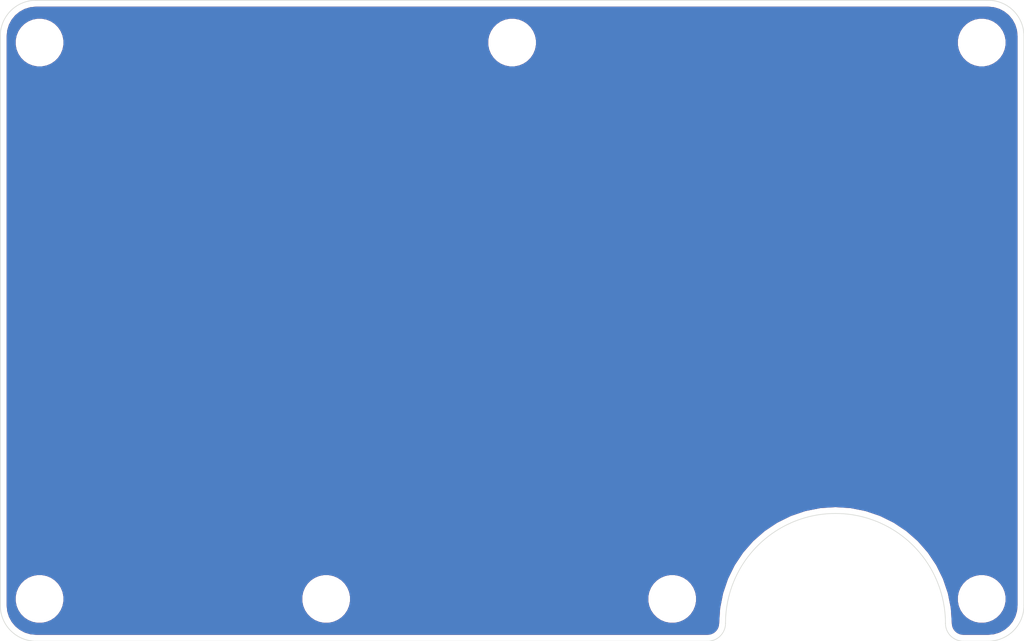
<source format=kicad_pcb>
(kicad_pcb (version 20171130) (host pcbnew 5.1.5+dfsg1-2build2)

  (general
    (thickness 1.6)
    (drawings 12)
    (tracks 0)
    (zones 0)
    (modules 7)
    (nets 1)
  )

  (page A4)
  (layers
    (0 F.Cu signal hide)
    (31 B.Cu signal hide)
    (32 B.Adhes user)
    (33 F.Adhes user)
    (34 B.Paste user)
    (35 F.Paste user)
    (36 B.SilkS user)
    (37 F.SilkS user)
    (38 B.Mask user)
    (39 F.Mask user)
    (40 Dwgs.User user)
    (41 Cmts.User user)
    (42 Eco1.User user)
    (43 Eco2.User user)
    (44 Edge.Cuts user)
    (45 Margin user)
    (46 B.CrtYd user)
    (47 F.CrtYd user)
    (48 B.Fab user)
    (49 F.Fab user hide)
  )

  (setup
    (last_trace_width 0.25)
    (trace_clearance 0.2)
    (zone_clearance 0.508)
    (zone_45_only no)
    (trace_min 0.2)
    (via_size 0.8)
    (via_drill 0.4)
    (via_min_size 0.4)
    (via_min_drill 0.3)
    (uvia_size 0.3)
    (uvia_drill 0.1)
    (uvias_allowed no)
    (uvia_min_size 0.2)
    (uvia_min_drill 0.1)
    (edge_width 0.05)
    (segment_width 0.2)
    (pcb_text_width 0.3)
    (pcb_text_size 1.5 1.5)
    (mod_edge_width 0.12)
    (mod_text_size 1 1)
    (mod_text_width 0.15)
    (pad_size 2.999999 2.999999)
    (pad_drill 2.999999)
    (pad_to_mask_clearance 0.051)
    (solder_mask_min_width 0.25)
    (aux_axis_origin 0 0)
    (visible_elements FFFFFF7F)
    (pcbplotparams
      (layerselection 0x010fc_ffffffff)
      (usegerberextensions false)
      (usegerberattributes false)
      (usegerberadvancedattributes false)
      (creategerberjobfile false)
      (excludeedgelayer true)
      (linewidth 0.100000)
      (plotframeref false)
      (viasonmask false)
      (mode 1)
      (useauxorigin false)
      (hpglpennumber 1)
      (hpglpenspeed 20)
      (hpglpendiameter 15.000000)
      (psnegative false)
      (psa4output false)
      (plotreference true)
      (plotvalue true)
      (plotinvisibletext false)
      (padsonsilk false)
      (subtractmaskfromsilk false)
      (outputformat 1)
      (mirror false)
      (drillshape 1)
      (scaleselection 1)
      (outputdirectory ""))
  )

  (net 0 "")

  (net_class Default "This is the default net class."
    (clearance 0.2)
    (trace_width 0.25)
    (via_dia 0.8)
    (via_drill 0.4)
    (uvia_dia 0.3)
    (uvia_drill 0.1)
  )

  (module ridge_wallet:MountingHole_2.5mm (layer F.Cu) (tedit 5F7CF067) (tstamp 5F768D7B)
    (at 82.55 -3.556)
    (descr "Mounting Hole 2.5mm, no annular")
    (tags "mounting hole 2.5mm no annular")
    (path /5F765FA9)
    (attr virtual)
    (fp_text reference H7 (at 0 -3.5) (layer F.SilkS) hide
      (effects (font (size 1 1) (thickness 0.15)))
    )
    (fp_text value MountingHole (at 0 3.5) (layer F.Fab)
      (effects (font (size 1 1) (thickness 0.15)))
    )
    (fp_circle (center 0 0) (end 2.75 0) (layer F.CrtYd) (width 0.05))
    (fp_circle (center 0 0) (end 2.5 0) (layer Cmts.User) (width 0.15))
    (fp_text user %R (at 0.3 0) (layer F.Fab)
      (effects (font (size 1 1) (thickness 0.15)))
    )
    (pad "" np_thru_hole circle (at 0 0) (size 3 3) (drill 3) (layers *.Cu *.Mask)
      (solder_mask_margin 0.4) (clearance 0.127))
  )

  (module ridge_wallet:MountingHole_2.5mm (layer F.Cu) (tedit 5F7CF067) (tstamp 5F7CF3EA)
    (at 82.55 -50.3904)
    (descr "Mounting Hole 2.5mm, no annular")
    (tags "mounting hole 2.5mm no annular")
    (path /5F764215)
    (attr virtual)
    (fp_text reference H6 (at 0 -3.5) (layer F.SilkS) hide
      (effects (font (size 1 1) (thickness 0.15)))
    )
    (fp_text value MountingHole (at 0 3.5) (layer F.Fab)
      (effects (font (size 1 1) (thickness 0.15)))
    )
    (fp_circle (center 0 0) (end 2.75 0) (layer F.CrtYd) (width 0.05))
    (fp_circle (center 0 0) (end 2.5 0) (layer Cmts.User) (width 0.15))
    (fp_text user %R (at 0.3 0) (layer F.Fab)
      (effects (font (size 1 1) (thickness 0.15)))
    )
    (pad "" np_thru_hole circle (at 0 0) (size 3 3) (drill 3) (layers *.Cu *.Mask)
      (solder_mask_margin 0.4) (clearance 0.127))
  )

  (module ridge_wallet:MountingHole_2.5mm (layer F.Cu) (tedit 5F7CF067) (tstamp 5F768D6B)
    (at 56.515 -3.556)
    (descr "Mounting Hole 2.5mm, no annular")
    (tags "mounting hole 2.5mm no annular")
    (path /5F765CA5)
    (attr virtual)
    (fp_text reference H5 (at 0 -3.5) (layer F.SilkS) hide
      (effects (font (size 1 1) (thickness 0.15)))
    )
    (fp_text value MountingHole (at 0 3.5) (layer F.Fab)
      (effects (font (size 1 1) (thickness 0.15)))
    )
    (fp_circle (center 0 0) (end 2.75 0) (layer F.CrtYd) (width 0.05))
    (fp_circle (center 0 0) (end 2.5 0) (layer Cmts.User) (width 0.15))
    (fp_text user %R (at 0.3 0) (layer F.Fab)
      (effects (font (size 1 1) (thickness 0.15)))
    )
    (pad "" np_thru_hole circle (at 0 0) (size 3 3) (drill 3) (layers *.Cu *.Mask)
      (solder_mask_margin 0.4) (clearance 0.127))
  )

  (module ridge_wallet:MountingHole_2.5mm (layer F.Cu) (tedit 5F7CF067) (tstamp 5F768D63)
    (at 43.05 -50.3904)
    (descr "Mounting Hole 2.5mm, no annular")
    (tags "mounting hole 2.5mm no annular")
    (path /5F763F01)
    (attr virtual)
    (fp_text reference H4 (at 0 -3.5) (layer F.SilkS) hide
      (effects (font (size 1 1) (thickness 0.15)))
    )
    (fp_text value MountingHole (at 0 3.5) (layer F.Fab)
      (effects (font (size 1 1) (thickness 0.15)))
    )
    (fp_circle (center 0 0) (end 2.75 0) (layer F.CrtYd) (width 0.05))
    (fp_circle (center 0 0) (end 2.5 0) (layer Cmts.User) (width 0.15))
    (fp_text user %R (at 0.3 0) (layer F.Fab)
      (effects (font (size 1 1) (thickness 0.15)))
    )
    (pad "" np_thru_hole circle (at 0 0) (size 3 3) (drill 3) (layers *.Cu *.Mask)
      (solder_mask_margin 0.4) (clearance 0.127))
  )

  (module ridge_wallet:MountingHole_2.5mm (layer F.Cu) (tedit 5F7CF112) (tstamp 5F768D5B)
    (at 27.432 -3.556)
    (descr "Mounting Hole 2.5mm, no annular")
    (tags "mounting hole 2.5mm no annular")
    (path /5F765A53)
    (attr virtual)
    (fp_text reference H3 (at 0 -3.5) (layer F.SilkS) hide
      (effects (font (size 1 1) (thickness 0.15)))
    )
    (fp_text value MountingHole (at 0 3.5) (layer F.Fab)
      (effects (font (size 1 1) (thickness 0.15)))
    )
    (fp_circle (center 0 0) (end 2.75 0) (layer F.CrtYd) (width 0.05))
    (fp_circle (center 0 0) (end 2.5 0) (layer Cmts.User) (width 0.15))
    (fp_text user %R (at 0.3 0) (layer F.Fab)
      (effects (font (size 1 1) (thickness 0.15)))
    )
    (pad "" np_thru_hole circle (at -0.0224 0) (size 2.999999 2.999999) (drill 2.999999) (layers *.Cu *.Mask)
      (solder_mask_margin 0.4) (clearance 0.127))
  )

  (module ridge_wallet:MountingHole_2.5mm (layer F.Cu) (tedit 5F7CF067) (tstamp 5F768D53)
    (at 3.302 -50.3904)
    (descr "Mounting Hole 2.5mm, no annular")
    (tags "mounting hole 2.5mm no annular")
    (path /5F7651B9)
    (attr virtual)
    (fp_text reference H2 (at 0 -3.5) (layer F.SilkS) hide
      (effects (font (size 1 1) (thickness 0.15)))
    )
    (fp_text value MountingHole (at 0 3.5) (layer F.Fab)
      (effects (font (size 1 1) (thickness 0.15)))
    )
    (fp_circle (center 0 0) (end 2.75 0) (layer F.CrtYd) (width 0.05))
    (fp_circle (center 0 0) (end 2.5 0) (layer Cmts.User) (width 0.15))
    (fp_text user %R (at 0.3 0) (layer F.Fab)
      (effects (font (size 1 1) (thickness 0.15)))
    )
    (pad "" np_thru_hole circle (at 0 0) (size 3 3) (drill 3) (layers *.Cu *.Mask)
      (solder_mask_margin 0.4) (clearance 0.127))
  )

  (module ridge_wallet:MountingHole_2.5mm (layer F.Cu) (tedit 5F7CF067) (tstamp 5F768D4B)
    (at 3.302 -3.556)
    (descr "Mounting Hole 2.5mm, no annular")
    (tags "mounting hole 2.5mm no annular")
    (path /5F763A31)
    (attr virtual)
    (fp_text reference H1 (at 0 -3.5) (layer F.SilkS) hide
      (effects (font (size 1 1) (thickness 0.15)))
    )
    (fp_text value MountingHole (at 0 3.5) (layer F.Fab)
      (effects (font (size 1 1) (thickness 0.15)))
    )
    (fp_circle (center 0 0) (end 2.75 0) (layer F.CrtYd) (width 0.05))
    (fp_circle (center 0 0) (end 2.5 0) (layer Cmts.User) (width 0.15))
    (fp_text user %R (at 0.3 0) (layer F.Fab)
      (effects (font (size 1 1) (thickness 0.15)))
    )
    (pad "" np_thru_hole circle (at 0 0) (size 3 3) (drill 3) (layers *.Cu *.Mask)
      (solder_mask_margin 0.4) (clearance 0.127))
  )

  (gr_arc (start 70.25 -1.5) (end 79.5 -1.5) (angle -180) (layer Edge.Cuts) (width 0.05))
  (gr_arc (start 81 -1.5) (end 79.5 -1.5) (angle -90) (layer Edge.Cuts) (width 0.05) (tstamp 5F7CE76A))
  (gr_arc (start 59.5 -1.5) (end 59.5 0) (angle -90) (layer Edge.Cuts) (width 0.05))
  (gr_line (start 81 0) (end 83.1 0) (layer Edge.Cuts) (width 0.05) (tstamp 5F76929D))
  (gr_arc (start 3 -50.9476) (end 3 -53.9476) (angle -90) (layer Edge.Cuts) (width 0.05) (tstamp 5F769240))
  (gr_arc (start 83.1 -50.9476) (end 86.1 -50.9476) (angle -90) (layer Edge.Cuts) (width 0.05) (tstamp 5F769240))
  (gr_arc (start 83.1 -3) (end 83.1 0) (angle -90) (layer Edge.Cuts) (width 0.05) (tstamp 5F769240))
  (gr_arc (start 3 -3) (end 0 -3) (angle -90) (layer Edge.Cuts) (width 0.05))
  (gr_line (start 59.5 0) (end 3 0) (layer Edge.Cuts) (width 0.05) (tstamp 5F768D12))
  (gr_line (start 86.1 -50.9476) (end 86.1 -3) (layer Edge.Cuts) (width 0.05) (tstamp 5F7CF3F9))
  (gr_line (start 3 -53.9476) (end 83.1 -53.9476) (layer Edge.Cuts) (width 0.05))
  (gr_line (start 0 -3) (end 0 -50.9476) (layer Edge.Cuts) (width 0.05))

  (zone (net 0) (net_name "") (layer F.Cu) (tstamp 0) (hatch edge 0.508)
    (connect_pads (clearance 0.508))
    (min_thickness 0.254)
    (fill yes (arc_segments 32) (thermal_gap 0.508) (thermal_bridge_width 0.508))
    (polygon
      (pts
        (xy 86.3 0) (xy 0 0) (xy 0 -53.9) (xy 86.3 -53.9)
      )
    )
    (filled_polygon
      (pts
        (xy 83.553893 -53.23993) (xy 83.990498 -53.108111) (xy 84.393185 -52.894) (xy 84.746612 -52.605752) (xy 85.037327 -52.254339)
        (xy 85.254242 -51.853161) (xy 85.389106 -51.417487) (xy 85.44 -50.933256) (xy 85.440001 -3.032289) (xy 85.39233 -2.546106)
        (xy 85.260512 -2.109503) (xy 85.046399 -1.706814) (xy 84.75815 -1.353387) (xy 84.406739 -1.062673) (xy 84.005564 -0.84576)
        (xy 83.569886 -0.710894) (xy 83.085664 -0.66) (xy 81.032277 -0.66) (xy 80.83746 -0.679102) (xy 80.681105 -0.726308)
        (xy 80.536904 -0.802982) (xy 80.410336 -0.906208) (xy 80.306232 -1.032049) (xy 80.228553 -1.175711) (xy 80.180258 -1.331729)
        (xy 80.158587 -1.537917) (xy 80.158587 -1.543166) (xy 80.079452 -2.750533) (xy 80.068184 -2.836126) (xy 80.068181 -2.836138)
        (xy 79.883165 -3.766279) (xy 80.415 -3.766279) (xy 80.415 -3.345721) (xy 80.497047 -2.933244) (xy 80.657988 -2.544698)
        (xy 80.891637 -2.195017) (xy 81.189017 -1.897637) (xy 81.538698 -1.663988) (xy 81.927244 -1.503047) (xy 82.339721 -1.421)
        (xy 82.760279 -1.421) (xy 83.172756 -1.503047) (xy 83.561302 -1.663988) (xy 83.910983 -1.897637) (xy 84.208363 -2.195017)
        (xy 84.442012 -2.544698) (xy 84.602953 -2.933244) (xy 84.685 -3.345721) (xy 84.685 -3.766279) (xy 84.602953 -4.178756)
        (xy 84.442012 -4.567302) (xy 84.208363 -4.916983) (xy 83.910983 -5.214363) (xy 83.561302 -5.448012) (xy 83.172756 -5.608953)
        (xy 82.760279 -5.691) (xy 82.339721 -5.691) (xy 81.927244 -5.608953) (xy 81.538698 -5.448012) (xy 81.189017 -5.214363)
        (xy 80.891637 -4.916983) (xy 80.657988 -4.567302) (xy 80.497047 -4.178756) (xy 80.415 -3.766279) (xy 79.883165 -3.766279)
        (xy 79.832135 -4.022821) (xy 79.832133 -4.022836) (xy 79.809788 -4.106226) (xy 79.42086 -5.251972) (xy 79.387823 -5.331732)
        (xy 79.38782 -5.331738) (xy 78.852671 -6.416911) (xy 78.820602 -6.472456) (xy 78.809505 -6.491677) (xy 78.137288 -7.49772)
        (xy 78.084733 -7.566211) (xy 77.286953 -8.475906) (xy 77.225907 -8.536952) (xy 77.225899 -8.536958) (xy 76.316211 -9.334733)
        (xy 76.24772 -9.387288) (xy 75.241677 -10.059505) (xy 75.166911 -10.102671) (xy 74.081738 -10.63782) (xy 74.081732 -10.637823)
        (xy 74.03501 -10.657175) (xy 74.001973 -10.67086) (xy 74.001968 -10.670861) (xy 72.856226 -11.059788) (xy 72.772836 -11.082133)
        (xy 72.772821 -11.082135) (xy 71.586141 -11.31818) (xy 71.586127 -11.318184) (xy 71.500533 -11.329452) (xy 70.293166 -11.408587)
        (xy 70.206834 -11.408587) (xy 68.999467 -11.329452) (xy 68.913874 -11.318184) (xy 68.913862 -11.318181) (xy 67.727179 -11.082135)
        (xy 67.727164 -11.082133) (xy 67.643774 -11.059788) (xy 66.498032 -10.670861) (xy 66.498027 -10.67086) (xy 66.46499 -10.657175)
        (xy 66.418268 -10.637823) (xy 66.418262 -10.63782) (xy 65.333089 -10.102671) (xy 65.258323 -10.059505) (xy 64.25228 -9.387288)
        (xy 64.183789 -9.334733) (xy 63.274094 -8.536953) (xy 63.213048 -8.475907) (xy 63.213042 -8.475899) (xy 62.415267 -7.566211)
        (xy 62.362712 -7.49772) (xy 61.690495 -6.491677) (xy 61.647329 -6.416911) (xy 61.11218 -5.331738) (xy 61.112177 -5.331732)
        (xy 61.07914 -5.251972) (xy 60.690212 -4.106226) (xy 60.667867 -4.022836) (xy 60.667865 -4.022821) (xy 60.43182 -2.836141)
        (xy 60.431816 -2.836127) (xy 60.420548 -2.750533) (xy 60.342109 -1.553791) (xy 60.320898 -1.33746) (xy 60.273692 -1.181105)
        (xy 60.197018 -1.036904) (xy 60.093792 -0.910336) (xy 59.967951 -0.806232) (xy 59.824289 -0.728553) (xy 59.668271 -0.680258)
        (xy 59.475527 -0.66) (xy 3.032279 -0.66) (xy 2.546106 -0.70767) (xy 2.109503 -0.839488) (xy 1.706814 -1.053601)
        (xy 1.353387 -1.34185) (xy 1.062673 -1.693261) (xy 0.84576 -2.094436) (xy 0.710894 -2.530114) (xy 0.66 -3.014336)
        (xy 0.66 -3.766279) (xy 1.167 -3.766279) (xy 1.167 -3.345721) (xy 1.249047 -2.933244) (xy 1.409988 -2.544698)
        (xy 1.643637 -2.195017) (xy 1.941017 -1.897637) (xy 2.290698 -1.663988) (xy 2.679244 -1.503047) (xy 3.091721 -1.421)
        (xy 3.512279 -1.421) (xy 3.924756 -1.503047) (xy 4.313302 -1.663988) (xy 4.662983 -1.897637) (xy 4.960363 -2.195017)
        (xy 5.194012 -2.544698) (xy 5.354953 -2.933244) (xy 5.437 -3.345721) (xy 5.437 -3.766279) (xy 25.274601 -3.766279)
        (xy 25.274601 -3.345721) (xy 25.356648 -2.933244) (xy 25.517589 -2.544699) (xy 25.751238 -2.195018) (xy 26.048618 -1.897638)
        (xy 26.398299 -1.663989) (xy 26.786844 -1.503048) (xy 27.199321 -1.421001) (xy 27.619879 -1.421001) (xy 28.032356 -1.503048)
        (xy 28.420901 -1.663989) (xy 28.770582 -1.897638) (xy 29.067962 -2.195018) (xy 29.301611 -2.544699) (xy 29.462552 -2.933244)
        (xy 29.544599 -3.345721) (xy 29.544599 -3.766279) (xy 54.38 -3.766279) (xy 54.38 -3.345721) (xy 54.462047 -2.933244)
        (xy 54.622988 -2.544698) (xy 54.856637 -2.195017) (xy 55.154017 -1.897637) (xy 55.503698 -1.663988) (xy 55.892244 -1.503047)
        (xy 56.304721 -1.421) (xy 56.725279 -1.421) (xy 57.137756 -1.503047) (xy 57.526302 -1.663988) (xy 57.875983 -1.897637)
        (xy 58.173363 -2.195017) (xy 58.407012 -2.544698) (xy 58.567953 -2.933244) (xy 58.65 -3.345721) (xy 58.65 -3.766279)
        (xy 58.567953 -4.178756) (xy 58.407012 -4.567302) (xy 58.173363 -4.916983) (xy 57.875983 -5.214363) (xy 57.526302 -5.448012)
        (xy 57.137756 -5.608953) (xy 56.725279 -5.691) (xy 56.304721 -5.691) (xy 55.892244 -5.608953) (xy 55.503698 -5.448012)
        (xy 55.154017 -5.214363) (xy 54.856637 -4.916983) (xy 54.622988 -4.567302) (xy 54.462047 -4.178756) (xy 54.38 -3.766279)
        (xy 29.544599 -3.766279) (xy 29.462552 -4.178756) (xy 29.301611 -4.567301) (xy 29.067962 -4.916982) (xy 28.770582 -5.214362)
        (xy 28.420901 -5.448011) (xy 28.032356 -5.608952) (xy 27.619879 -5.690999) (xy 27.199321 -5.690999) (xy 26.786844 -5.608952)
        (xy 26.398299 -5.448011) (xy 26.048618 -5.214362) (xy 25.751238 -4.916982) (xy 25.517589 -4.567301) (xy 25.356648 -4.178756)
        (xy 25.274601 -3.766279) (xy 5.437 -3.766279) (xy 5.354953 -4.178756) (xy 5.194012 -4.567302) (xy 4.960363 -4.916983)
        (xy 4.662983 -5.214363) (xy 4.313302 -5.448012) (xy 3.924756 -5.608953) (xy 3.512279 -5.691) (xy 3.091721 -5.691)
        (xy 2.679244 -5.608953) (xy 2.290698 -5.448012) (xy 1.941017 -5.214363) (xy 1.643637 -4.916983) (xy 1.409988 -4.567302)
        (xy 1.249047 -4.178756) (xy 1.167 -3.766279) (xy 0.66 -3.766279) (xy 0.66 -50.600679) (xy 1.167 -50.600679)
        (xy 1.167 -50.180121) (xy 1.249047 -49.767644) (xy 1.409988 -49.379098) (xy 1.643637 -49.029417) (xy 1.941017 -48.732037)
        (xy 2.290698 -48.498388) (xy 2.679244 -48.337447) (xy 3.091721 -48.2554) (xy 3.512279 -48.2554) (xy 3.924756 -48.337447)
        (xy 4.313302 -48.498388) (xy 4.662983 -48.732037) (xy 4.960363 -49.029417) (xy 5.194012 -49.379098) (xy 5.354953 -49.767644)
        (xy 5.437 -50.180121) (xy 5.437 -50.600679) (xy 40.915 -50.600679) (xy 40.915 -50.180121) (xy 40.997047 -49.767644)
        (xy 41.157988 -49.379098) (xy 41.391637 -49.029417) (xy 41.689017 -48.732037) (xy 42.038698 -48.498388) (xy 42.427244 -48.337447)
        (xy 42.839721 -48.2554) (xy 43.260279 -48.2554) (xy 43.672756 -48.337447) (xy 44.061302 -48.498388) (xy 44.410983 -48.732037)
        (xy 44.708363 -49.029417) (xy 44.942012 -49.379098) (xy 45.102953 -49.767644) (xy 45.185 -50.180121) (xy 45.185 -50.600679)
        (xy 80.415 -50.600679) (xy 80.415 -50.180121) (xy 80.497047 -49.767644) (xy 80.657988 -49.379098) (xy 80.891637 -49.029417)
        (xy 81.189017 -48.732037) (xy 81.538698 -48.498388) (xy 81.927244 -48.337447) (xy 82.339721 -48.2554) (xy 82.760279 -48.2554)
        (xy 83.172756 -48.337447) (xy 83.561302 -48.498388) (xy 83.910983 -48.732037) (xy 84.208363 -49.029417) (xy 84.442012 -49.379098)
        (xy 84.602953 -49.767644) (xy 84.685 -50.180121) (xy 84.685 -50.600679) (xy 84.602953 -51.013156) (xy 84.442012 -51.401702)
        (xy 84.208363 -51.751383) (xy 83.910983 -52.048763) (xy 83.561302 -52.282412) (xy 83.172756 -52.443353) (xy 82.760279 -52.5254)
        (xy 82.339721 -52.5254) (xy 81.927244 -52.443353) (xy 81.538698 -52.282412) (xy 81.189017 -52.048763) (xy 80.891637 -51.751383)
        (xy 80.657988 -51.401702) (xy 80.497047 -51.013156) (xy 80.415 -50.600679) (xy 45.185 -50.600679) (xy 45.102953 -51.013156)
        (xy 44.942012 -51.401702) (xy 44.708363 -51.751383) (xy 44.410983 -52.048763) (xy 44.061302 -52.282412) (xy 43.672756 -52.443353)
        (xy 43.260279 -52.5254) (xy 42.839721 -52.5254) (xy 42.427244 -52.443353) (xy 42.038698 -52.282412) (xy 41.689017 -52.048763)
        (xy 41.391637 -51.751383) (xy 41.157988 -51.401702) (xy 40.997047 -51.013156) (xy 40.915 -50.600679) (xy 5.437 -50.600679)
        (xy 5.354953 -51.013156) (xy 5.194012 -51.401702) (xy 4.960363 -51.751383) (xy 4.662983 -52.048763) (xy 4.313302 -52.282412)
        (xy 3.924756 -52.443353) (xy 3.512279 -52.5254) (xy 3.091721 -52.5254) (xy 2.679244 -52.443353) (xy 2.290698 -52.282412)
        (xy 1.941017 -52.048763) (xy 1.643637 -51.751383) (xy 1.409988 -51.401702) (xy 1.249047 -51.013156) (xy 1.167 -50.600679)
        (xy 0.66 -50.600679) (xy 0.66 -50.915321) (xy 0.70767 -51.401493) (xy 0.839489 -51.838098) (xy 1.0536 -52.240785)
        (xy 1.341848 -52.594212) (xy 1.693261 -52.884927) (xy 2.094439 -53.101842) (xy 2.530113 -53.236706) (xy 3.014344 -53.2876)
        (xy 83.067721 -53.2876)
      )
    )
  )
  (zone (net 0) (net_name "") (layer B.Cu) (tstamp 5F7E2AE6) (hatch edge 0.508)
    (connect_pads (clearance 0.508))
    (min_thickness 0.254)
    (fill yes (arc_segments 32) (thermal_gap 0.508) (thermal_bridge_width 0.508))
    (polygon
      (pts
        (xy 86.3 0) (xy 0 0) (xy 0 -53.9) (xy 86.3 -53.9)
      )
    )
    (filled_polygon
      (pts
        (xy 83.553893 -53.23993) (xy 83.990498 -53.108111) (xy 84.393185 -52.894) (xy 84.746612 -52.605752) (xy 85.037327 -52.254339)
        (xy 85.254242 -51.853161) (xy 85.389106 -51.417487) (xy 85.44 -50.933256) (xy 85.440001 -3.032289) (xy 85.39233 -2.546106)
        (xy 85.260512 -2.109503) (xy 85.046399 -1.706814) (xy 84.75815 -1.353387) (xy 84.406739 -1.062673) (xy 84.005564 -0.84576)
        (xy 83.569886 -0.710894) (xy 83.085664 -0.66) (xy 81.032277 -0.66) (xy 80.83746 -0.679102) (xy 80.681105 -0.726308)
        (xy 80.536904 -0.802982) (xy 80.410336 -0.906208) (xy 80.306232 -1.032049) (xy 80.228553 -1.175711) (xy 80.180258 -1.331729)
        (xy 80.158587 -1.537917) (xy 80.158587 -1.543166) (xy 80.079452 -2.750533) (xy 80.068184 -2.836126) (xy 80.068181 -2.836138)
        (xy 79.883165 -3.766279) (xy 80.415 -3.766279) (xy 80.415 -3.345721) (xy 80.497047 -2.933244) (xy 80.657988 -2.544698)
        (xy 80.891637 -2.195017) (xy 81.189017 -1.897637) (xy 81.538698 -1.663988) (xy 81.927244 -1.503047) (xy 82.339721 -1.421)
        (xy 82.760279 -1.421) (xy 83.172756 -1.503047) (xy 83.561302 -1.663988) (xy 83.910983 -1.897637) (xy 84.208363 -2.195017)
        (xy 84.442012 -2.544698) (xy 84.602953 -2.933244) (xy 84.685 -3.345721) (xy 84.685 -3.766279) (xy 84.602953 -4.178756)
        (xy 84.442012 -4.567302) (xy 84.208363 -4.916983) (xy 83.910983 -5.214363) (xy 83.561302 -5.448012) (xy 83.172756 -5.608953)
        (xy 82.760279 -5.691) (xy 82.339721 -5.691) (xy 81.927244 -5.608953) (xy 81.538698 -5.448012) (xy 81.189017 -5.214363)
        (xy 80.891637 -4.916983) (xy 80.657988 -4.567302) (xy 80.497047 -4.178756) (xy 80.415 -3.766279) (xy 79.883165 -3.766279)
        (xy 79.832135 -4.022821) (xy 79.832133 -4.022836) (xy 79.809788 -4.106226) (xy 79.42086 -5.251972) (xy 79.387823 -5.331732)
        (xy 79.38782 -5.331738) (xy 78.852671 -6.416911) (xy 78.820602 -6.472456) (xy 78.809505 -6.491677) (xy 78.137288 -7.49772)
        (xy 78.084733 -7.566211) (xy 77.286953 -8.475906) (xy 77.225907 -8.536952) (xy 77.225899 -8.536958) (xy 76.316211 -9.334733)
        (xy 76.24772 -9.387288) (xy 75.241677 -10.059505) (xy 75.166911 -10.102671) (xy 74.081738 -10.63782) (xy 74.081732 -10.637823)
        (xy 74.03501 -10.657175) (xy 74.001973 -10.67086) (xy 74.001968 -10.670861) (xy 72.856226 -11.059788) (xy 72.772836 -11.082133)
        (xy 72.772821 -11.082135) (xy 71.586141 -11.31818) (xy 71.586127 -11.318184) (xy 71.500533 -11.329452) (xy 70.293166 -11.408587)
        (xy 70.206834 -11.408587) (xy 68.999467 -11.329452) (xy 68.913874 -11.318184) (xy 68.913862 -11.318181) (xy 67.727179 -11.082135)
        (xy 67.727164 -11.082133) (xy 67.643774 -11.059788) (xy 66.498032 -10.670861) (xy 66.498027 -10.67086) (xy 66.46499 -10.657175)
        (xy 66.418268 -10.637823) (xy 66.418262 -10.63782) (xy 65.333089 -10.102671) (xy 65.258323 -10.059505) (xy 64.25228 -9.387288)
        (xy 64.183789 -9.334733) (xy 63.274094 -8.536953) (xy 63.213048 -8.475907) (xy 63.213042 -8.475899) (xy 62.415267 -7.566211)
        (xy 62.362712 -7.49772) (xy 61.690495 -6.491677) (xy 61.647329 -6.416911) (xy 61.11218 -5.331738) (xy 61.112177 -5.331732)
        (xy 61.07914 -5.251972) (xy 60.690212 -4.106226) (xy 60.667867 -4.022836) (xy 60.667865 -4.022821) (xy 60.43182 -2.836141)
        (xy 60.431816 -2.836127) (xy 60.420548 -2.750533) (xy 60.342109 -1.553791) (xy 60.320898 -1.33746) (xy 60.273692 -1.181105)
        (xy 60.197018 -1.036904) (xy 60.093792 -0.910336) (xy 59.967951 -0.806232) (xy 59.824289 -0.728553) (xy 59.668271 -0.680258)
        (xy 59.475527 -0.66) (xy 3.032279 -0.66) (xy 2.546106 -0.70767) (xy 2.109503 -0.839488) (xy 1.706814 -1.053601)
        (xy 1.353387 -1.34185) (xy 1.062673 -1.693261) (xy 0.84576 -2.094436) (xy 0.710894 -2.530114) (xy 0.66 -3.014336)
        (xy 0.66 -3.766279) (xy 1.167 -3.766279) (xy 1.167 -3.345721) (xy 1.249047 -2.933244) (xy 1.409988 -2.544698)
        (xy 1.643637 -2.195017) (xy 1.941017 -1.897637) (xy 2.290698 -1.663988) (xy 2.679244 -1.503047) (xy 3.091721 -1.421)
        (xy 3.512279 -1.421) (xy 3.924756 -1.503047) (xy 4.313302 -1.663988) (xy 4.662983 -1.897637) (xy 4.960363 -2.195017)
        (xy 5.194012 -2.544698) (xy 5.354953 -2.933244) (xy 5.437 -3.345721) (xy 5.437 -3.766279) (xy 25.274601 -3.766279)
        (xy 25.274601 -3.345721) (xy 25.356648 -2.933244) (xy 25.517589 -2.544699) (xy 25.751238 -2.195018) (xy 26.048618 -1.897638)
        (xy 26.398299 -1.663989) (xy 26.786844 -1.503048) (xy 27.199321 -1.421001) (xy 27.619879 -1.421001) (xy 28.032356 -1.503048)
        (xy 28.420901 -1.663989) (xy 28.770582 -1.897638) (xy 29.067962 -2.195018) (xy 29.301611 -2.544699) (xy 29.462552 -2.933244)
        (xy 29.544599 -3.345721) (xy 29.544599 -3.766279) (xy 54.38 -3.766279) (xy 54.38 -3.345721) (xy 54.462047 -2.933244)
        (xy 54.622988 -2.544698) (xy 54.856637 -2.195017) (xy 55.154017 -1.897637) (xy 55.503698 -1.663988) (xy 55.892244 -1.503047)
        (xy 56.304721 -1.421) (xy 56.725279 -1.421) (xy 57.137756 -1.503047) (xy 57.526302 -1.663988) (xy 57.875983 -1.897637)
        (xy 58.173363 -2.195017) (xy 58.407012 -2.544698) (xy 58.567953 -2.933244) (xy 58.65 -3.345721) (xy 58.65 -3.766279)
        (xy 58.567953 -4.178756) (xy 58.407012 -4.567302) (xy 58.173363 -4.916983) (xy 57.875983 -5.214363) (xy 57.526302 -5.448012)
        (xy 57.137756 -5.608953) (xy 56.725279 -5.691) (xy 56.304721 -5.691) (xy 55.892244 -5.608953) (xy 55.503698 -5.448012)
        (xy 55.154017 -5.214363) (xy 54.856637 -4.916983) (xy 54.622988 -4.567302) (xy 54.462047 -4.178756) (xy 54.38 -3.766279)
        (xy 29.544599 -3.766279) (xy 29.462552 -4.178756) (xy 29.301611 -4.567301) (xy 29.067962 -4.916982) (xy 28.770582 -5.214362)
        (xy 28.420901 -5.448011) (xy 28.032356 -5.608952) (xy 27.619879 -5.690999) (xy 27.199321 -5.690999) (xy 26.786844 -5.608952)
        (xy 26.398299 -5.448011) (xy 26.048618 -5.214362) (xy 25.751238 -4.916982) (xy 25.517589 -4.567301) (xy 25.356648 -4.178756)
        (xy 25.274601 -3.766279) (xy 5.437 -3.766279) (xy 5.354953 -4.178756) (xy 5.194012 -4.567302) (xy 4.960363 -4.916983)
        (xy 4.662983 -5.214363) (xy 4.313302 -5.448012) (xy 3.924756 -5.608953) (xy 3.512279 -5.691) (xy 3.091721 -5.691)
        (xy 2.679244 -5.608953) (xy 2.290698 -5.448012) (xy 1.941017 -5.214363) (xy 1.643637 -4.916983) (xy 1.409988 -4.567302)
        (xy 1.249047 -4.178756) (xy 1.167 -3.766279) (xy 0.66 -3.766279) (xy 0.66 -50.600679) (xy 1.167 -50.600679)
        (xy 1.167 -50.180121) (xy 1.249047 -49.767644) (xy 1.409988 -49.379098) (xy 1.643637 -49.029417) (xy 1.941017 -48.732037)
        (xy 2.290698 -48.498388) (xy 2.679244 -48.337447) (xy 3.091721 -48.2554) (xy 3.512279 -48.2554) (xy 3.924756 -48.337447)
        (xy 4.313302 -48.498388) (xy 4.662983 -48.732037) (xy 4.960363 -49.029417) (xy 5.194012 -49.379098) (xy 5.354953 -49.767644)
        (xy 5.437 -50.180121) (xy 5.437 -50.600679) (xy 40.915 -50.600679) (xy 40.915 -50.180121) (xy 40.997047 -49.767644)
        (xy 41.157988 -49.379098) (xy 41.391637 -49.029417) (xy 41.689017 -48.732037) (xy 42.038698 -48.498388) (xy 42.427244 -48.337447)
        (xy 42.839721 -48.2554) (xy 43.260279 -48.2554) (xy 43.672756 -48.337447) (xy 44.061302 -48.498388) (xy 44.410983 -48.732037)
        (xy 44.708363 -49.029417) (xy 44.942012 -49.379098) (xy 45.102953 -49.767644) (xy 45.185 -50.180121) (xy 45.185 -50.600679)
        (xy 80.415 -50.600679) (xy 80.415 -50.180121) (xy 80.497047 -49.767644) (xy 80.657988 -49.379098) (xy 80.891637 -49.029417)
        (xy 81.189017 -48.732037) (xy 81.538698 -48.498388) (xy 81.927244 -48.337447) (xy 82.339721 -48.2554) (xy 82.760279 -48.2554)
        (xy 83.172756 -48.337447) (xy 83.561302 -48.498388) (xy 83.910983 -48.732037) (xy 84.208363 -49.029417) (xy 84.442012 -49.379098)
        (xy 84.602953 -49.767644) (xy 84.685 -50.180121) (xy 84.685 -50.600679) (xy 84.602953 -51.013156) (xy 84.442012 -51.401702)
        (xy 84.208363 -51.751383) (xy 83.910983 -52.048763) (xy 83.561302 -52.282412) (xy 83.172756 -52.443353) (xy 82.760279 -52.5254)
        (xy 82.339721 -52.5254) (xy 81.927244 -52.443353) (xy 81.538698 -52.282412) (xy 81.189017 -52.048763) (xy 80.891637 -51.751383)
        (xy 80.657988 -51.401702) (xy 80.497047 -51.013156) (xy 80.415 -50.600679) (xy 45.185 -50.600679) (xy 45.102953 -51.013156)
        (xy 44.942012 -51.401702) (xy 44.708363 -51.751383) (xy 44.410983 -52.048763) (xy 44.061302 -52.282412) (xy 43.672756 -52.443353)
        (xy 43.260279 -52.5254) (xy 42.839721 -52.5254) (xy 42.427244 -52.443353) (xy 42.038698 -52.282412) (xy 41.689017 -52.048763)
        (xy 41.391637 -51.751383) (xy 41.157988 -51.401702) (xy 40.997047 -51.013156) (xy 40.915 -50.600679) (xy 5.437 -50.600679)
        (xy 5.354953 -51.013156) (xy 5.194012 -51.401702) (xy 4.960363 -51.751383) (xy 4.662983 -52.048763) (xy 4.313302 -52.282412)
        (xy 3.924756 -52.443353) (xy 3.512279 -52.5254) (xy 3.091721 -52.5254) (xy 2.679244 -52.443353) (xy 2.290698 -52.282412)
        (xy 1.941017 -52.048763) (xy 1.643637 -51.751383) (xy 1.409988 -51.401702) (xy 1.249047 -51.013156) (xy 1.167 -50.600679)
        (xy 0.66 -50.600679) (xy 0.66 -50.915321) (xy 0.70767 -51.401493) (xy 0.839489 -51.838098) (xy 1.0536 -52.240785)
        (xy 1.341848 -52.594212) (xy 1.693261 -52.884927) (xy 2.094439 -53.101842) (xy 2.530113 -53.236706) (xy 3.014344 -53.2876)
        (xy 83.067721 -53.2876)
      )
    )
  )
)

</source>
